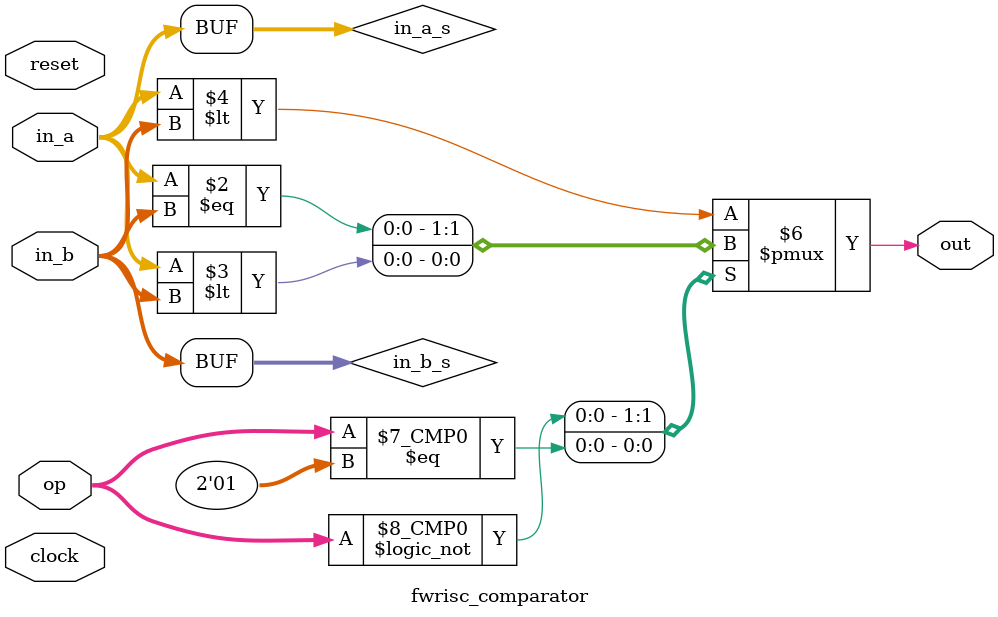
<source format=sv>
/****************************************************************************
 * fwrisc_comparator.sv
 * 
 * Copyright 2018 Matthew Ballance
 * 
 * Licensed under the Apache License, Version 2.0 (the
 * "License"); you may not use this file except in
 * compliance with the License.  You may obtain a copy of
 * the License at
 *
 * http://www.apache.org/licenses/LICENSE-2.0
 *
 * Unless required by applicable law or agreed to in
 * writing, software distributed under the License is
 * distributed on an "AS IS" BASIS, WITHOUT WARRANTIES OR
 * CONDITIONS OF ANY KIND, either express or implied.  See
 * the License for the specific language governing
 * permissions and limitations under the License.
 ****************************************************************************/
 
typedef enum {
	COMPARE_EQ,
	COMPARE_LT,
	COMPARE_LTU
} compare_op_e;

/**
 * Module: fwrisc_comparator
 * 
 * TODO: Add module documentation
 */
module fwrisc_comparator(
		input			clock,
		input			reset,
		input[31:0]		in_a,
		input[31:0]		in_b,
		input[1:0]		op,
		output			out
		);
	
	wire signed [31:0] in_a_s = in_a;
	wire signed [31:0] in_b_s = in_b;
	
	always @* begin
		case (op) 
			COMPARE_EQ: out = (in_a == in_b);
			COMPARE_LT: out = ($signed(in_a) < $signed(in_b));
			default: /*COMPARE_LTU:*/ out = (in_a < in_b);
		endcase
	end

endmodule



</source>
